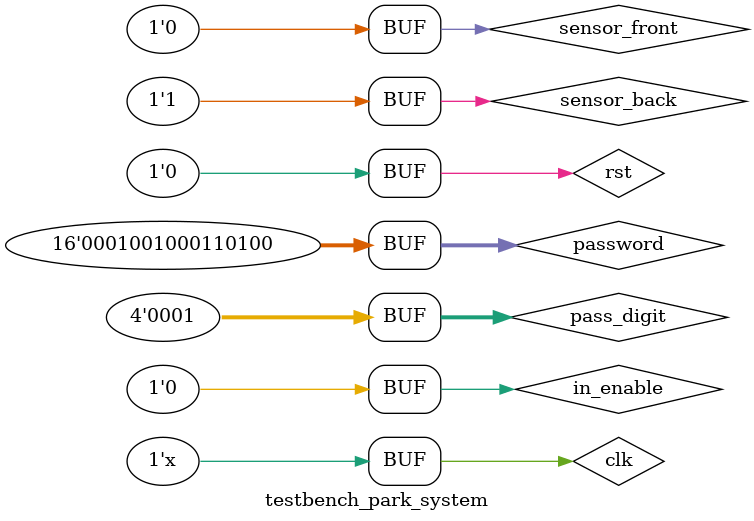
<source format=v>
`timescale 1ns / 1ps


module testbench_park_system();
    reg clk, rst, sensor_front, sensor_back, in_enable;
    reg [3:0] pass_digit;
    wire open_gate, green, red;
    wire [3:0] state;
    reg [15:0] password;
     
    Park_System ps (clk, rst, sensor_front, sensor_back, in_enable, pass_digit, open_gate, green, red, state, password);
    
    always #5 clk = ~clk;
    
    initial begin
        clk <= 0;
        rst <= 1;
        sensor_front <= 0;
        sensor_back <= 0;
        in_enable <= 0;
        password <= 16'h1234;
        
        #50;
        rst <= 0;
        
        #50;
        sensor_front <= 1;
        
        #50;
        sensor_front = 0;
        pass_digit = 4'h4;
        in_enable = 1;
        
        #10 in_enable = 0;
        
        #100;
        pass_digit = 4'h3;
        in_enable = 1;
        
        #10 in_enable = 0;
        
        #100;
        pass_digit = 4'h2;
        in_enable = 1;
        
        #10 in_enable = 0;

        #100;
        pass_digit = 4'h0;
        in_enable = 1;
        
        #10 in_enable = 0;
        
        #50;
        sensor_front = 0;
        pass_digit = 4'h4;
        in_enable = 1;
        
        #10 in_enable = 0;
        
        #100;
        pass_digit = 4'h3;
        in_enable = 1;
        
        #10 in_enable = 0;
        
        #100;
        pass_digit = 4'h2;
        in_enable = 1;
        
        #10 in_enable = 0;

        #100;
        pass_digit = 4'h0;
        in_enable = 1;
        
        #10 in_enable = 0;
        
        #50;
        pass_digit = 4'h4;
        in_enable = 1;
        
        #10 in_enable = 0;
        
        #100;
        pass_digit = 4'h3;
        in_enable = 1;
        
        #10 in_enable = 0;
        
        #100;
        pass_digit = 4'h2;
        in_enable = 1;
        
        #10 in_enable = 0;

        #100;
        pass_digit = 4'h1;
        in_enable = 1;
        
        #10 in_enable = 0;
        
        #50; 
        sensor_back = 1;
        sensor_front = 1;
        
        #50;
        sensor_front = 0;
        pass_digit = 4'h4;
        in_enable = 1;
        
        #10 in_enable = 0;
        
        #100;
        pass_digit = 4'h3;
        in_enable = 1;
        
        #10 in_enable = 0;
        
        #100;
        pass_digit = 4'h2;
        in_enable = 1;
        
        #10 in_enable = 0;

        #100;
        pass_digit = 4'h0;
        in_enable = 1;
        
        #10 in_enable = 0;
        
        #50;
        sensor_back = 0;
        sensor_front = 0;
        pass_digit = 4'h4;
        in_enable = 1;
        
        #10 in_enable = 0;
        
        #100;
        pass_digit = 4'h3;
        in_enable = 1;
        
        #10 in_enable = 0;
        
        #100;
        pass_digit = 4'h2;
        in_enable = 1;
        
        #10 in_enable = 0;

        #100;
        pass_digit = 4'h1;
        in_enable = 1;
        
        #10 in_enable = 0;
        
        #50 sensor_back = 1;

                
        
    end

endmodule

</source>
